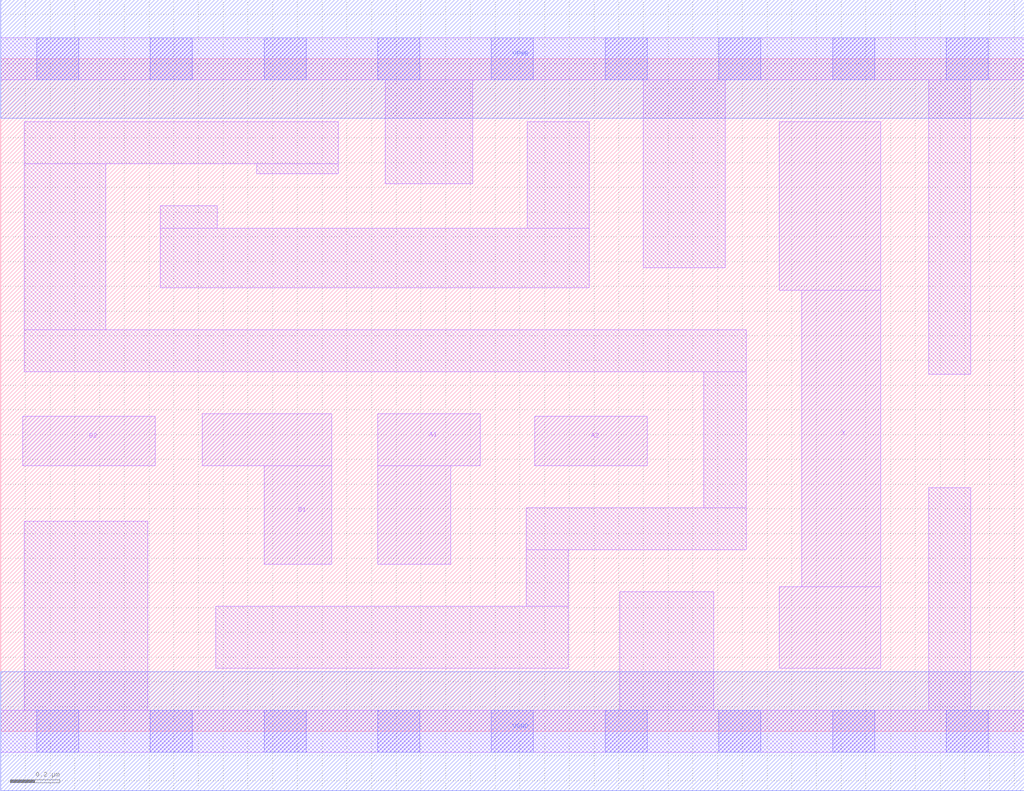
<source format=lef>
# Copyright 2020 The SkyWater PDK Authors
#
# Licensed under the Apache License, Version 2.0 (the "License");
# you may not use this file except in compliance with the License.
# You may obtain a copy of the License at
#
#     https://www.apache.org/licenses/LICENSE-2.0
#
# Unless required by applicable law or agreed to in writing, software
# distributed under the License is distributed on an "AS IS" BASIS,
# WITHOUT WARRANTIES OR CONDITIONS OF ANY KIND, either express or implied.
# See the License for the specific language governing permissions and
# limitations under the License.
#
# SPDX-License-Identifier: Apache-2.0

VERSION 5.7 ;
BUSBITCHARS "[]" ;
DIVIDERCHAR "/" ;
PROPERTYDEFINITIONS
  MACRO maskLayoutSubType STRING ;
  MACRO prCellType STRING ;
  MACRO originalViewName STRING ;
END PROPERTYDEFINITIONS
MACRO sky130_fd_sc_hdll__a22o_2
  ORIGIN  0.000000  0.000000 ;
  CLASS CORE ;
  SYMMETRY X Y R90 ;
  SIZE  4.140000 BY  2.720000 ;
  SITE unithd ;
  PIN A1
    ANTENNAGATEAREA  0.277500 ;
    DIRECTION INPUT ;
    USE SIGNAL ;
    PORT
      LAYER li1 ;
        RECT 1.525000 0.675000 1.820000 1.075000 ;
        RECT 1.525000 1.075000 1.940000 1.285000 ;
    END
  END A1
  PIN A2
    ANTENNAGATEAREA  0.277500 ;
    DIRECTION INPUT ;
    USE SIGNAL ;
    PORT
      LAYER li1 ;
        RECT 2.160000 1.075000 2.615000 1.275000 ;
    END
  END A2
  PIN B1
    ANTENNAGATEAREA  0.277500 ;
    DIRECTION INPUT ;
    USE SIGNAL ;
    PORT
      LAYER li1 ;
        RECT 0.815000 1.075000 1.340000 1.285000 ;
        RECT 1.065000 0.675000 1.340000 1.075000 ;
    END
  END B1
  PIN B2
    ANTENNAGATEAREA  0.277500 ;
    DIRECTION INPUT ;
    USE SIGNAL ;
    PORT
      LAYER li1 ;
        RECT 0.090000 1.075000 0.625000 1.275000 ;
    END
  END B2
  PIN X
    ANTENNADIFFAREA  0.498000 ;
    DIRECTION OUTPUT ;
    USE SIGNAL ;
    PORT
      LAYER li1 ;
        RECT 3.150000 0.255000 3.560000 0.585000 ;
        RECT 3.150000 1.785000 3.560000 2.465000 ;
        RECT 3.240000 0.585000 3.560000 1.785000 ;
    END
  END X
  PIN VGND
    DIRECTION INOUT ;
    USE GROUND ;
    PORT
      LAYER met1 ;
        RECT 0.000000 -0.240000 4.140000 0.240000 ;
    END
  END VGND
  PIN VPWR
    DIRECTION INOUT ;
    USE POWER ;
    PORT
      LAYER met1 ;
        RECT 0.000000 2.480000 4.140000 2.960000 ;
    END
  END VPWR
  OBS
    LAYER li1 ;
      RECT 0.000000 -0.085000 4.140000 0.085000 ;
      RECT 0.000000  2.635000 4.140000 2.805000 ;
      RECT 0.095000  0.085000 0.595000 0.850000 ;
      RECT 0.095000  1.455000 3.015000 1.625000 ;
      RECT 0.095000  1.625000 0.425000 2.295000 ;
      RECT 0.095000  2.295000 1.365000 2.465000 ;
      RECT 0.645000  1.795000 2.380000 2.035000 ;
      RECT 0.645000  2.035000 0.875000 2.125000 ;
      RECT 0.870000  0.255000 2.295000 0.505000 ;
      RECT 1.035000  2.255000 1.365000 2.295000 ;
      RECT 1.555000  2.215000 1.910000 2.635000 ;
      RECT 2.125000  0.505000 2.295000 0.735000 ;
      RECT 2.125000  0.735000 3.015000 0.905000 ;
      RECT 2.130000  2.035000 2.380000 2.465000 ;
      RECT 2.505000  0.085000 2.885000 0.565000 ;
      RECT 2.600000  1.875000 2.930000 2.635000 ;
      RECT 2.845000  0.905000 3.015000 1.455000 ;
      RECT 3.755000  0.085000 3.925000 0.985000 ;
      RECT 3.755000  1.445000 3.925000 2.635000 ;
    LAYER mcon ;
      RECT 0.145000 -0.085000 0.315000 0.085000 ;
      RECT 0.145000  2.635000 0.315000 2.805000 ;
      RECT 0.605000 -0.085000 0.775000 0.085000 ;
      RECT 0.605000  2.635000 0.775000 2.805000 ;
      RECT 1.065000 -0.085000 1.235000 0.085000 ;
      RECT 1.065000  2.635000 1.235000 2.805000 ;
      RECT 1.525000 -0.085000 1.695000 0.085000 ;
      RECT 1.525000  2.635000 1.695000 2.805000 ;
      RECT 1.985000 -0.085000 2.155000 0.085000 ;
      RECT 1.985000  2.635000 2.155000 2.805000 ;
      RECT 2.445000 -0.085000 2.615000 0.085000 ;
      RECT 2.445000  2.635000 2.615000 2.805000 ;
      RECT 2.905000 -0.085000 3.075000 0.085000 ;
      RECT 2.905000  2.635000 3.075000 2.805000 ;
      RECT 3.365000 -0.085000 3.535000 0.085000 ;
      RECT 3.365000  2.635000 3.535000 2.805000 ;
      RECT 3.825000 -0.085000 3.995000 0.085000 ;
      RECT 3.825000  2.635000 3.995000 2.805000 ;
  END
  PROPERTY maskLayoutSubType "abstract" ;
  PROPERTY prCellType "standard" ;
  PROPERTY originalViewName "layout" ;
END sky130_fd_sc_hdll__a22o_2

</source>
